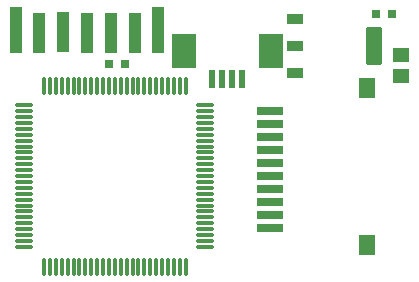
<source format=gbr>
%TF.GenerationSoftware,KiCad,Pcbnew,(6.0.2)*%
%TF.CreationDate,2022-11-22T14:27:25-06:00*%
%TF.ProjectId,REF1936,52454631-3933-4362-9e6b-696361645f70,rev?*%
%TF.SameCoordinates,Original*%
%TF.FileFunction,Paste,Bot*%
%TF.FilePolarity,Positive*%
%FSLAX46Y46*%
G04 Gerber Fmt 4.6, Leading zero omitted, Abs format (unit mm)*
G04 Created by KiCad (PCBNEW (6.0.2)) date 2022-11-22 14:27:25*
%MOMM*%
%LPD*%
G01*
G04 APERTURE LIST*
G04 Aperture macros list*
%AMRoundRect*
0 Rectangle with rounded corners*
0 $1 Rounding radius*
0 $2 $3 $4 $5 $6 $7 $8 $9 X,Y pos of 4 corners*
0 Add a 4 corners polygon primitive as box body*
4,1,4,$2,$3,$4,$5,$6,$7,$8,$9,$2,$3,0*
0 Add four circle primitives for the rounded corners*
1,1,$1+$1,$2,$3*
1,1,$1+$1,$4,$5*
1,1,$1+$1,$6,$7*
1,1,$1+$1,$8,$9*
0 Add four rect primitives between the rounded corners*
20,1,$1+$1,$2,$3,$4,$5,0*
20,1,$1+$1,$4,$5,$6,$7,0*
20,1,$1+$1,$6,$7,$8,$9,0*
20,1,$1+$1,$8,$9,$2,$3,0*%
G04 Aperture macros list end*
%ADD10R,1.450000X1.150000*%
%ADD11R,1.000000X4.000000*%
%ADD12R,1.000000X3.500000*%
%ADD13R,2.250000X0.800000*%
%ADD14R,1.400000X1.800000*%
%ADD15R,2.000000X3.000000*%
%ADD16R,0.550000X1.630000*%
%ADD17R,0.800000X0.800000*%
%ADD18RoundRect,0.093000X0.562000X-0.372000X0.562000X0.372000X-0.562000X0.372000X-0.562000X-0.372000X0*%
%ADD19RoundRect,0.131000X0.524000X-1.489000X0.524000X1.489000X-0.524000X1.489000X-0.524000X-1.489000X0*%
%ADD20RoundRect,0.075000X0.662500X0.075000X-0.662500X0.075000X-0.662500X-0.075000X0.662500X-0.075000X0*%
%ADD21RoundRect,0.075000X0.075000X0.662500X-0.075000X0.662500X-0.075000X-0.662500X0.075000X-0.662500X0*%
G04 APERTURE END LIST*
D10*
%TO.C,L2*%
X166688500Y-78624000D03*
X166687500Y-76838000D03*
%TD*%
D11*
%TO.C,J3*%
X146184000Y-74734000D03*
D12*
X144192000Y-74964000D03*
X142169000Y-74974000D03*
X140144000Y-74969000D03*
X138124000Y-74958000D03*
X136097000Y-74966000D03*
D11*
X134115000Y-74732000D03*
%TD*%
D13*
%TO.C,J4*%
X155620000Y-81637500D03*
X155620000Y-82737500D03*
X155620000Y-83837500D03*
X155620000Y-84937500D03*
X155620000Y-86037500D03*
X155620000Y-87137500D03*
X155620000Y-88237500D03*
X155620000Y-89337500D03*
X155620000Y-90437500D03*
X155620000Y-91537500D03*
D14*
X163833000Y-92964500D03*
X163839000Y-79659500D03*
%TD*%
D15*
%TO.C,J2*%
X148309000Y-76523200D03*
X155733000Y-76525200D03*
D16*
X153270000Y-78863200D03*
X152436000Y-78868200D03*
X151566000Y-78868200D03*
X150692000Y-78867200D03*
%TD*%
D17*
%TO.C,C7*%
X143328000Y-77647000D03*
X142019000Y-77646000D03*
%TD*%
%TO.C,C6*%
X165943500Y-73402500D03*
X164634500Y-73401500D03*
%TD*%
D18*
%TO.C,U2*%
X157715000Y-78369000D03*
X157715000Y-76079000D03*
D19*
X164405000Y-76079000D03*
D18*
X157715000Y-73789000D03*
%TD*%
D20*
%TO.C,U6*%
X150156000Y-81113000D03*
X150156000Y-81613000D03*
X150156000Y-82113000D03*
X150156000Y-82613000D03*
X150156000Y-83113000D03*
X150156000Y-83613000D03*
X150156000Y-84113000D03*
X150156000Y-84613000D03*
X150156000Y-85113000D03*
X150156000Y-85613000D03*
X150156000Y-86113000D03*
X150156000Y-86613000D03*
X150156000Y-87113000D03*
X150156000Y-87613000D03*
X150156000Y-88113000D03*
X150156000Y-88613000D03*
X150156000Y-89113000D03*
X150156000Y-89613000D03*
X150156000Y-90113000D03*
X150156000Y-90613000D03*
X150156000Y-91113000D03*
X150156000Y-91613000D03*
X150156000Y-92113000D03*
X150156000Y-92613000D03*
X150156000Y-93113000D03*
D21*
X148493500Y-94775500D03*
X147993500Y-94775500D03*
X147493500Y-94775500D03*
X146993500Y-94775500D03*
X146493500Y-94775500D03*
X145993500Y-94775500D03*
X145493500Y-94775500D03*
X144993500Y-94775500D03*
X144493500Y-94775500D03*
X143993500Y-94775500D03*
X143493500Y-94775500D03*
X142993500Y-94775500D03*
X142493500Y-94775500D03*
X141993500Y-94775500D03*
X141493500Y-94775500D03*
X140993500Y-94775500D03*
X140493500Y-94775500D03*
X139993500Y-94775500D03*
X139493500Y-94775500D03*
X138993500Y-94775500D03*
X138493500Y-94775500D03*
X137993500Y-94775500D03*
X137493500Y-94775500D03*
X136993500Y-94775500D03*
X136493500Y-94775500D03*
D20*
X134831000Y-93113000D03*
X134831000Y-92613000D03*
X134831000Y-92113000D03*
X134831000Y-91613000D03*
X134831000Y-91113000D03*
X134831000Y-90613000D03*
X134831000Y-90113000D03*
X134831000Y-89613000D03*
X134831000Y-89113000D03*
X134831000Y-88613000D03*
X134831000Y-88113000D03*
X134831000Y-87613000D03*
X134831000Y-87113000D03*
X134831000Y-86613000D03*
X134831000Y-86113000D03*
X134831000Y-85613000D03*
X134831000Y-85113000D03*
X134831000Y-84613000D03*
X134831000Y-84113000D03*
X134831000Y-83613000D03*
X134831000Y-83113000D03*
X134831000Y-82613000D03*
X134831000Y-82113000D03*
X134831000Y-81613000D03*
X134831000Y-81113000D03*
D21*
X136493500Y-79450500D03*
X136993500Y-79450500D03*
X137493500Y-79450500D03*
X137993500Y-79450500D03*
X138493500Y-79450500D03*
X138993500Y-79450500D03*
X139493500Y-79450500D03*
X139993500Y-79450500D03*
X140493500Y-79450500D03*
X140993500Y-79450500D03*
X141493500Y-79450500D03*
X141993500Y-79450500D03*
X142493500Y-79450500D03*
X142993500Y-79450500D03*
X143493500Y-79450500D03*
X143993500Y-79450500D03*
X144493500Y-79450500D03*
X144993500Y-79450500D03*
X145493500Y-79450500D03*
X145993500Y-79450500D03*
X146493500Y-79450500D03*
X146993500Y-79450500D03*
X147493500Y-79450500D03*
X147993500Y-79450500D03*
X148493500Y-79450500D03*
%TD*%
M02*

</source>
